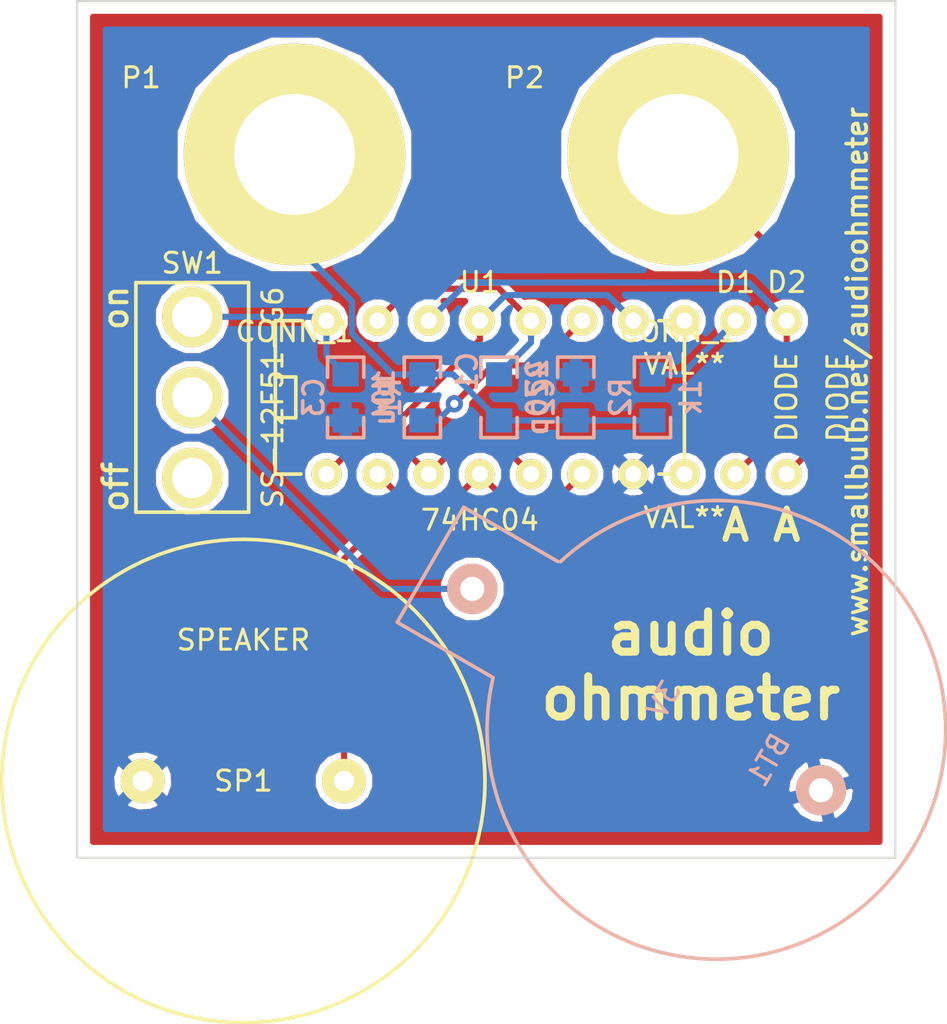
<source format=kicad_pcb>
(kicad_pcb (version 3) (host pcbnew "(2014-01-30 BZR 4648)-product")

  (general
    (links 25)
    (no_connects 0)
    (area 98.095199 55.829999 142.925001 107.009801)
    (thickness 1.6)
    (drawings 10)
    (tracks 56)
    (zones 0)
    (modules 15)
    (nets 12)
  )

  (page A4)
  (layers
    (15 F.Cu signal)
    (0 B.Cu signal)
    (16 B.Adhes user)
    (17 F.Adhes user)
    (18 B.Paste user)
    (19 F.Paste user)
    (20 B.SilkS user)
    (21 F.SilkS user)
    (22 B.Mask user)
    (23 F.Mask user)
    (24 Dwgs.User user)
    (25 Cmts.User user)
    (26 Eco1.User user)
    (27 Eco2.User user)
    (28 Edge.Cuts user)
  )

  (setup
    (last_trace_width 0.3048)
    (trace_clearance 0.3048)
    (zone_clearance 0.3048)
    (zone_45_only no)
    (trace_min 0.3048)
    (segment_width 0.2)
    (edge_width 0.1)
    (via_size 0.86)
    (via_drill 0.4)
    (via_min_size 0.86)
    (via_min_drill 0.4)
    (uvia_size 0.508)
    (uvia_drill 0.127)
    (uvias_allowed no)
    (uvia_min_size 0.508)
    (uvia_min_drill 0.127)
    (pcb_text_width 0.3)
    (pcb_text_size 1.5 1.5)
    (mod_edge_width 0.18)
    (mod_text_size 1 1)
    (mod_text_width 0.15)
    (pad_size 11 11)
    (pad_drill 6)
    (pad_to_mask_clearance 0)
    (aux_axis_origin 102.235 98.425)
    (visible_elements FFFEFF7F)
    (pcbplotparams
      (layerselection 3178497)
      (usegerberextensions true)
      (excludeedgelayer true)
      (linewidth 0.150000)
      (plotframeref false)
      (viasonmask false)
      (mode 1)
      (useauxorigin false)
      (hpglpennumber 1)
      (hpglpenspeed 20)
      (hpglpendiameter 15)
      (hpglpenoverlay 2)
      (psnegative false)
      (psa4output false)
      (plotreference true)
      (plotvalue true)
      (plotothertext true)
      (plotinvisibletext false)
      (padsonsilk false)
      (subtractmaskfromsilk false)
      (outputformat 1)
      (mirror false)
      (drillshape 1)
      (scaleselection 1)
      (outputdirectory ""))
  )

  (net 0 "")
  (net 1 GND)
  (net 2 "Net-(BT1-Pad1)")
  (net 3 "Net-(C1-Pad1)")
  (net 4 "Net-(C1-Pad2)")
  (net 5 "Net-(D1-Pad1)")
  (net 6 "Net-(D1-Pad2)")
  (net 7 "Net-(D2-Pad1)")
  (net 8 "Net-(R1-Pad1)")
  (net 9 "Net-(SP1-Pad1)")
  (net 10 "Net-(U1-Pad1)")
  (net 11 VCC)

  (net_class Default "This is the default net class."
    (clearance 0.3048)
    (trace_width 0.3048)
    (via_dia 0.86)
    (via_drill 0.4)
    (uvia_dia 0.508)
    (uvia_drill 0.127)
    (add_net "")
    (add_net GND)
    (add_net "Net-(BT1-Pad1)")
    (add_net "Net-(C1-Pad1)")
    (add_net "Net-(C1-Pad2)")
    (add_net "Net-(D1-Pad1)")
    (add_net "Net-(D1-Pad2)")
    (add_net "Net-(D2-Pad1)")
    (add_net "Net-(R1-Pad1)")
    (add_net "Net-(SP1-Pad1)")
    (add_net "Net-(U1-Pad1)")
    (add_net VCC)
  )

  (module ds:jack_banana_female (layer F.Cu) (tedit 530870A8) (tstamp 53086937)
    (at 113.03 63.5)
    (path /52F1618A)
    (fp_text reference P1 (at -7.62 -3.81) (layer F.SilkS)
      (effects (font (size 1 1) (thickness 0.15)))
    )
    (fp_text value CONN_1 (at 0 8.8) (layer F.SilkS)
      (effects (font (size 1 1) (thickness 0.15)))
    )
    (pad 1 thru_hole circle (at 0 0) (size 11 11) (drill 6) (layers *.Cu *.Mask F.SilkS)
      (net 4 "Net-(C1-Pad2)"))
  )

  (module ds:jack_banana_female (layer F.Cu) (tedit 530870AF) (tstamp 5308693D)
    (at 132.08 63.5)
    (path /52F1616E)
    (fp_text reference P2 (at -7.62 -3.81) (layer F.SilkS)
      (effects (font (size 1 1) (thickness 0.15)))
    )
    (fp_text value CONN_1 (at 0 8.8) (layer F.SilkS)
      (effects (font (size 1 1) (thickness 0.15)))
    )
    (pad 1 thru_hole circle (at 0 0) (size 11 11) (drill 6) (layers *.Cu *.Mask F.SilkS)
      (net 7 "Net-(D2-Pad1)"))
  )

  (module ds:switch_4mm (layer F.Cu) (tedit 530869F7) (tstamp 53086931)
    (at 107.95 75.565 90)
    (path /52F15DBB)
    (fp_text reference SW1 (at 6.6675 0 180) (layer F.SilkS)
      (effects (font (size 1 1) (thickness 0.15)))
    )
    (fp_text value SS-12F51-G6 (at 0 4 90) (layer F.SilkS)
      (effects (font (size 1 1) (thickness 0.15)))
    )
    (fp_line (start 5.7 2.8) (end -5.7 2.8) (layer F.SilkS) (width 0.18))
    (fp_line (start -5.7 -2.8) (end 5.7 -2.8) (layer F.SilkS) (width 0.18))
    (fp_line (start 5.7 -2.8) (end 5.7 2.8) (layer F.SilkS) (width 0.18))
    (fp_line (start -5.7 -2.8) (end -5.7 2.8) (layer F.SilkS) (width 0.18))
    (pad 1 thru_hole circle (at -4 0 90) (size 3 3) (drill 2) (layers *.Cu *.Mask F.SilkS))
    (pad 2 thru_hole circle (at 0 0 90) (size 3 3) (drill 2) (layers *.Cu *.Mask F.SilkS)
      (net 2 "Net-(BT1-Pad1)"))
    (pad 3 thru_hole circle (at 4 0 90) (size 3 3) (drill 2) (layers *.Cu *.Mask F.SilkS)
      (net 11 VCC))
  )

  (module ds:sm0805 (layer B.Cu) (tedit 53086D83) (tstamp 53066471)
    (at 127 75.565 90)
    (path /53064F1E)
    (attr smd)
    (fp_text reference C2 (at 0 -1.5875 90) (layer B.SilkS)
      (effects (font (size 1 1) (thickness 0.18)) (justify mirror))
    )
    (fp_text value 470p (at 0 -1.905 90) (layer B.SilkS)
      (effects (font (size 1 1) (thickness 0.18)) (justify mirror))
    )
    (fp_line (start 1 0.9) (end 2 0.9) (layer B.SilkS) (width 0.18))
    (fp_line (start 2 0.9) (end 2 -0.9) (layer B.SilkS) (width 0.18))
    (fp_line (start 2 -0.9) (end 1 -0.9) (layer B.SilkS) (width 0.18))
    (fp_line (start -1 0.9) (end -2 0.9) (layer B.SilkS) (width 0.18))
    (fp_line (start -2 0.9) (end -2 -0.9) (layer B.SilkS) (width 0.18))
    (fp_line (start -2 -0.9) (end -1 -0.9) (layer B.SilkS) (width 0.18))
    (pad 1 smd rect (at -1.143 0 90) (size 1.2 1.3) (layers B.Cu B.Paste B.Mask)
      (net 4 "Net-(C1-Pad2)"))
    (pad 2 smd rect (at 1.143 0 90) (size 1.2 1.3) (layers B.Cu B.Paste B.Mask)
      (net 1 GND))
    (model smd/chip_cms.wrl
      (at (xyz 0 0 0))
      (scale (xyz 0.1 0.1 0.1))
      (rotate (xyz 0 0 0))
    )
  )

  (module ds:2pin (layer F.Cu) (tedit 5307ABAA) (tstamp 53066477)
    (at 134.9375 75.565 90)
    (path /53064F4A)
    (fp_text reference D1 (at 5.715 0 180) (layer F.SilkS)
      (effects (font (size 1 1) (thickness 0.15)))
    )
    (fp_text value DIODE (at 0 2.54 90) (layer F.SilkS)
      (effects (font (size 1 1) (thickness 0.15)))
    )
    (pad 1 thru_hole circle (at -3.81 0 90) (size 1.5 1.5) (drill 0.8) (layers *.Cu *.Mask F.SilkS)
      (net 5 "Net-(D1-Pad1)"))
    (pad 2 thru_hole circle (at 3.81 0 90) (size 1.5 1.5) (drill 0.8) (layers *.Cu *.Mask F.SilkS)
      (net 6 "Net-(D1-Pad2)"))
  )

  (module ds:2pin (layer F.Cu) (tedit 5307ABB1) (tstamp 5306647D)
    (at 137.4775 75.565 90)
    (path /53064F7A)
    (fp_text reference D2 (at 5.715 0 180) (layer F.SilkS)
      (effects (font (size 1 1) (thickness 0.15)))
    )
    (fp_text value DIODE (at 0 2.54 90) (layer F.SilkS)
      (effects (font (size 1 1) (thickness 0.15)))
    )
    (pad 1 thru_hole circle (at -3.81 0 90) (size 1.5 1.5) (drill 0.8) (layers *.Cu *.Mask F.SilkS)
      (net 7 "Net-(D2-Pad1)"))
    (pad 2 thru_hole circle (at 3.81 0 90) (size 1.5 1.5) (drill 0.8) (layers *.Cu *.Mask F.SilkS)
      (net 5 "Net-(D1-Pad1)"))
  )

  (module ds:sm0805 (layer B.Cu) (tedit 53086D85) (tstamp 53066495)
    (at 119.38 75.565 90)
    (path /53064EF5)
    (attr smd)
    (fp_text reference R1 (at 0 -1.5875 90) (layer B.SilkS)
      (effects (font (size 1 1) (thickness 0.18)) (justify mirror))
    )
    (fp_text value 1M (at 0 -1.905 90) (layer B.SilkS)
      (effects (font (size 1 1) (thickness 0.18)) (justify mirror))
    )
    (fp_line (start 1 0.9) (end 2 0.9) (layer B.SilkS) (width 0.18))
    (fp_line (start 2 0.9) (end 2 -0.9) (layer B.SilkS) (width 0.18))
    (fp_line (start 2 -0.9) (end 1 -0.9) (layer B.SilkS) (width 0.18))
    (fp_line (start -1 0.9) (end -2 0.9) (layer B.SilkS) (width 0.18))
    (fp_line (start -2 0.9) (end -2 -0.9) (layer B.SilkS) (width 0.18))
    (fp_line (start -2 -0.9) (end -1 -0.9) (layer B.SilkS) (width 0.18))
    (pad 1 smd rect (at -1.143 0 90) (size 1.2 1.3) (layers B.Cu B.Paste B.Mask)
      (net 8 "Net-(R1-Pad1)"))
    (pad 2 smd rect (at 1.143 0 90) (size 1.2 1.3) (layers B.Cu B.Paste B.Mask)
      (net 4 "Net-(C1-Pad2)"))
    (model smd/chip_cms.wrl
      (at (xyz 0 0 0))
      (scale (xyz 0.1 0.1 0.1))
      (rotate (xyz 0 0 0))
    )
  )

  (module ds:sm0805 (layer B.Cu) (tedit 53086D78) (tstamp 530664A1)
    (at 130.81 75.565 270)
    (path /53064F3D)
    (attr smd)
    (fp_text reference R2 (at 0 1.5875 270) (layer B.SilkS)
      (effects (font (size 1 1) (thickness 0.18)) (justify mirror))
    )
    (fp_text value 1k (at 0 -1.905 270) (layer B.SilkS)
      (effects (font (size 1 1) (thickness 0.18)) (justify mirror))
    )
    (fp_line (start 1 0.9) (end 2 0.9) (layer B.SilkS) (width 0.18))
    (fp_line (start 2 0.9) (end 2 -0.9) (layer B.SilkS) (width 0.18))
    (fp_line (start 2 -0.9) (end 1 -0.9) (layer B.SilkS) (width 0.18))
    (fp_line (start -1 0.9) (end -2 0.9) (layer B.SilkS) (width 0.18))
    (fp_line (start -2 0.9) (end -2 -0.9) (layer B.SilkS) (width 0.18))
    (fp_line (start -2 -0.9) (end -1 -0.9) (layer B.SilkS) (width 0.18))
    (pad 1 smd rect (at -1.143 0 270) (size 1.2 1.3) (layers B.Cu B.Paste B.Mask)
      (net 6 "Net-(D1-Pad2)"))
    (pad 2 smd rect (at 1.143 0 270) (size 1.2 1.3) (layers B.Cu B.Paste B.Mask)
      (net 4 "Net-(C1-Pad2)"))
    (model smd/chip_cms.wrl
      (at (xyz 0 0 0))
      (scale (xyz 0.1 0.1 0.1))
      (rotate (xyz 0 0 0))
    )
  )

  (module ds:dip14 (layer F.Cu) (tedit 5307AB86) (tstamp 530664C8)
    (at 122.2375 75.565)
    (path /53064C69)
    (fp_text reference U1 (at 0 -5.715) (layer F.SilkS)
      (effects (font (size 1 1) (thickness 0.15)))
    )
    (fp_text value 74HC04 (at 0 6.096) (layer F.SilkS)
      (effects (font (size 1 1) (thickness 0.15)))
    )
    (fp_line (start -10.16 -1.016) (end -9.144 -1.016) (layer F.SilkS) (width 0.18))
    (fp_line (start -9.144 -1.016) (end -9.144 1.016) (layer F.SilkS) (width 0.18))
    (fp_line (start -9.144 1.016) (end -10.16 1.016) (layer F.SilkS) (width 0.18))
    (fp_line (start 8.89 -3.81) (end 10.16 -3.81) (layer F.SilkS) (width 0.18))
    (fp_line (start 10.16 -3.81) (end 10.16 3.81) (layer F.SilkS) (width 0.18))
    (fp_line (start 10.16 3.81) (end 8.89 3.81) (layer F.SilkS) (width 0.18))
    (fp_line (start -8.89 -3.81) (end -10.16 -3.81) (layer F.SilkS) (width 0.18))
    (fp_line (start -10.16 -3.81) (end -10.16 3.81) (layer F.SilkS) (width 0.18))
    (fp_line (start -10.16 3.81) (end -8.89 3.81) (layer F.SilkS) (width 0.18))
    (pad 11 thru_hole circle (at 0 -3.81) (size 1.5 1.5) (drill 0.8) (layers *.Cu *.Mask F.SilkS)
      (net 10 "Net-(U1-Pad1)"))
    (pad 12 thru_hole circle (at -2.54 -3.81) (size 1.5 1.5) (drill 0.8) (layers *.Cu *.Mask F.SilkS)
      (net 5 "Net-(D1-Pad1)"))
    (pad 13 thru_hole circle (at -5.08 -3.81) (size 1.5 1.5) (drill 0.8) (layers *.Cu *.Mask F.SilkS)
      (net 3 "Net-(C1-Pad1)"))
    (pad 14 thru_hole circle (at -7.62 -3.81) (size 1.5 1.5) (drill 0.8) (layers *.Cu *.Mask F.SilkS)
      (net 11 VCC))
    (pad 10 thru_hole circle (at 2.54 -3.81) (size 1.5 1.5) (drill 0.8) (layers *.Cu *.Mask F.SilkS)
      (net 3 "Net-(C1-Pad1)"))
    (pad 9 thru_hole circle (at 5.08 -3.81) (size 1.5 1.5) (drill 0.8) (layers *.Cu *.Mask F.SilkS)
      (net 8 "Net-(R1-Pad1)"))
    (pad 8 thru_hole circle (at 7.62 -3.81) (size 1.5 1.5) (drill 0.8) (layers *.Cu *.Mask F.SilkS)
      (net 10 "Net-(U1-Pad1)"))
    (pad 1 thru_hole circle (at -7.62 3.81) (size 1.5 1.5) (drill 0.8) (layers *.Cu *.Mask F.SilkS)
      (net 10 "Net-(U1-Pad1)"))
    (pad 2 thru_hole circle (at -5.08 3.81) (size 1.5 1.5) (drill 0.8) (layers *.Cu *.Mask F.SilkS)
      (net 9 "Net-(SP1-Pad1)"))
    (pad 3 thru_hole circle (at -2.54 3.81) (size 1.5 1.5) (drill 0.8) (layers *.Cu *.Mask F.SilkS)
      (net 10 "Net-(U1-Pad1)"))
    (pad 4 thru_hole circle (at 0 3.81) (size 1.5 1.5) (drill 0.8) (layers *.Cu *.Mask F.SilkS)
      (net 9 "Net-(SP1-Pad1)"))
    (pad 5 thru_hole circle (at 2.54 3.81) (size 1.5 1.5) (drill 0.8) (layers *.Cu *.Mask F.SilkS)
      (net 10 "Net-(U1-Pad1)"))
    (pad 6 thru_hole circle (at 5.08 3.81) (size 1.5 1.5) (drill 0.8) (layers *.Cu *.Mask F.SilkS)
      (net 9 "Net-(SP1-Pad1)"))
    (pad 7 thru_hole circle (at 7.62 3.81) (size 1.5 1.5) (drill 0.8) (layers *.Cu *.Mask F.SilkS)
      (net 1 GND))
  )

  (module ds:sm0805 (layer B.Cu) (tedit 53087144) (tstamp 5307A610)
    (at 123.19 75.565 270)
    (path /53064F07)
    (attr smd)
    (fp_text reference C1 (at -1.27 1.5875 270) (layer B.SilkS)
      (effects (font (size 1 1) (thickness 0.18)) (justify mirror))
    )
    (fp_text value 220n (at 0 -1.905 270) (layer B.SilkS)
      (effects (font (size 1 1) (thickness 0.18)) (justify mirror))
    )
    (fp_line (start 1 0.9) (end 2 0.9) (layer B.SilkS) (width 0.18))
    (fp_line (start 2 0.9) (end 2 -0.9) (layer B.SilkS) (width 0.18))
    (fp_line (start 2 -0.9) (end 1 -0.9) (layer B.SilkS) (width 0.18))
    (fp_line (start -1 0.9) (end -2 0.9) (layer B.SilkS) (width 0.18))
    (fp_line (start -2 0.9) (end -2 -0.9) (layer B.SilkS) (width 0.18))
    (fp_line (start -2 -0.9) (end -1 -0.9) (layer B.SilkS) (width 0.18))
    (pad 1 smd rect (at -1.143 0 270) (size 1.2 1.3) (layers B.Cu B.Paste B.Mask)
      (net 3 "Net-(C1-Pad1)"))
    (pad 2 smd rect (at 1.143 0 270) (size 1.2 1.3) (layers B.Cu B.Paste B.Mask)
      (net 4 "Net-(C1-Pad2)"))
    (model smd/chip_cms.wrl
      (at (xyz 0 0 0))
      (scale (xyz 0.1 0.1 0.1))
      (rotate (xyz 0 0 0))
    )
  )

  (module ds:sm0805 (layer B.Cu) (tedit 53086D89) (tstamp 5307A626)
    (at 115.57 75.565 270)
    (path /53064D2A)
    (attr smd)
    (fp_text reference C3 (at 0 1.5875 270) (layer B.SilkS)
      (effects (font (size 1 1) (thickness 0.18)) (justify mirror))
    )
    (fp_text value 10u (at 0 -1.905 270) (layer B.SilkS)
      (effects (font (size 1 1) (thickness 0.18)) (justify mirror))
    )
    (fp_line (start 1 0.9) (end 2 0.9) (layer B.SilkS) (width 0.18))
    (fp_line (start 2 0.9) (end 2 -0.9) (layer B.SilkS) (width 0.18))
    (fp_line (start 2 -0.9) (end 1 -0.9) (layer B.SilkS) (width 0.18))
    (fp_line (start -1 0.9) (end -2 0.9) (layer B.SilkS) (width 0.18))
    (fp_line (start -2 0.9) (end -2 -0.9) (layer B.SilkS) (width 0.18))
    (fp_line (start -2 -0.9) (end -1 -0.9) (layer B.SilkS) (width 0.18))
    (pad 1 smd rect (at -1.143 0 270) (size 1.2 1.3) (layers B.Cu B.Paste B.Mask)
      (net 11 VCC))
    (pad 2 smd rect (at 1.143 0 270) (size 1.2 1.3) (layers B.Cu B.Paste B.Mask)
      (net 1 GND))
    (model smd/chip_cms.wrl
      (at (xyz 0 0 0))
      (scale (xyz 0.1 0.1 0.1))
      (rotate (xyz 0 0 0))
    )
  )

  (module ds:buzzer_10_24 (layer F.Cu) (tedit 5307B049) (tstamp 530867A8)
    (at 110.49 94.615 180)
    (path /52F15DF0)
    (fp_text reference SP1 (at 0 0 180) (layer F.SilkS)
      (effects (font (size 1 1) (thickness 0.15)))
    )
    (fp_text value SPEAKER (at 0 7 180) (layer F.SilkS)
      (effects (font (size 1 1) (thickness 0.15)))
    )
    (fp_circle (center 0 0) (end 12 0) (layer F.SilkS) (width 0.18))
    (pad 1 thru_hole circle (at -5 0 180) (size 2.2 2.2) (drill 1) (layers *.Cu *.Mask F.SilkS)
      (net 9 "Net-(SP1-Pad1)"))
    (pad 2 thru_hole circle (at 5 0 180) (size 2.2 2.2) (drill 1) (layers *.Cu *.Mask F.SilkS)
      (net 1 GND))
  )

  (module ds:1pin (layer F.Cu) (tedit 5307AB3E) (tstamp 5307AAEF)
    (at 132.3975 71.755)
    (fp_text reference 1pin (at 0 -2.3495) (layer F.SilkS) hide
      (effects (font (size 1 1) (thickness 0.15)))
    )
    (fp_text value VAL** (at 0 2.159) (layer F.SilkS)
      (effects (font (size 1 1) (thickness 0.15)))
    )
    (pad 1 thru_hole circle (at 0 0) (size 1.5 1.5) (drill 0.8) (layers *.Cu *.Mask F.SilkS))
  )

  (module ds:1pin (layer F.Cu) (tedit 5307AB51) (tstamp 5307AB50)
    (at 132.3975 79.375)
    (fp_text reference 1pin (at 0 -2.3495) (layer F.SilkS) hide
      (effects (font (size 1 1) (thickness 0.15)))
    )
    (fp_text value VAL** (at 0 2.159) (layer F.SilkS)
      (effects (font (size 1 1) (thickness 0.15)))
    )
    (pad 1 thru_hole circle (at 0 0) (size 1.5 1.5) (drill 0.8) (layers *.Cu *.Mask F.SilkS))
  )

  (module ds:battery_ch25_2032 (layer B.Cu) (tedit 53086ACA) (tstamp 53086AC4)
    (at 133.985 92.075 60)
    (path /52F15DD2)
    (fp_text reference BT1 (at 0 3 60) (layer B.SilkS)
      (effects (font (size 1 1) (thickness 0.15)) (justify mirror))
    )
    (fp_text value 3V (at 0 -3 60) (layer B.SilkS)
      (effects (font (size 1 1) (thickness 0.15)) (justify mirror))
    )
    (fp_arc (start 0 0) (end -3.3 -10.9) (angle -326) (layer B.SilkS) (width 0.18))
    (fp_line (start 3.3 -16.4) (end 3.3 -11) (layer B.SilkS) (width 0.18))
    (fp_line (start -3.3 -16.4) (end -3.3 -11) (layer B.SilkS) (width 0.18))
    (fp_line (start -3.3 -16.4) (end 3.3 -16.4) (layer B.SilkS) (width 0.18))
    (pad 2 thru_hole circle (at 0 6 60) (size 2.5 2.5) (drill 1.2) (layers *.Cu *.Mask B.SilkS)
      (net 1 GND))
    (pad 1 thru_hole circle (at 0 -14 60) (size 2.5 2.5) (drill 1.2) (layers *.Cu *.Mask B.SilkS)
      (net 2 "Net-(BT1-Pad1)"))
  )

  (gr_text A (at 134.9375 81.915) (layer F.SilkS)
    (effects (font (size 1.5 1.5) (thickness 0.3)))
  )
  (gr_text A (at 137.4775 81.915) (layer F.SilkS)
    (effects (font (size 1.5 1.5) (thickness 0.3)))
  )
  (gr_text www.smallbulb.net/audioohmmeter (at 140.97 74.295 90) (layer F.SilkS)
    (effects (font (size 1 1) (thickness 0.18)))
  )
  (gr_text "audio\nohmmeter" (at 132.715 88.9) (layer F.SilkS)
    (effects (font (size 2 2) (thickness 0.4)))
  )
  (gr_text off (at 104.14 80.01 90) (layer F.SilkS)
    (effects (font (size 1.2 1.2) (thickness 0.2)))
  )
  (gr_text on (at 104.14 71.12 90) (layer F.SilkS)
    (effects (font (size 1.2 1.2) (thickness 0.2)))
  )
  (gr_line (start 142.875 55.88) (end 102.235 55.88) (angle 90) (layer Edge.Cuts) (width 0.1))
  (gr_line (start 142.875 98.425) (end 142.875 55.88) (angle 90) (layer Edge.Cuts) (width 0.1))
  (gr_line (start 102.235 98.425) (end 142.875 98.425) (angle 90) (layer Edge.Cuts) (width 0.1))
  (gr_line (start 102.235 55.88) (end 102.235 98.425) (angle 90) (layer Edge.Cuts) (width 0.1))

  (segment (start 107.95 75.565) (end 117.46 85.075) (width 0.3048) (layer B.Cu) (net 2))
  (segment (start 117.46 85.075) (end 121.860644 85.075) (width 0.3048) (layer B.Cu) (net 2) (tstamp 53086ED2))
  (segment (start 123.19 74.422) (end 124.7775 72.8345) (width 0.3048) (layer B.Cu) (net 3))
  (segment (start 124.7775 72.8345) (end 124.7775 71.755) (width 0.3048) (layer B.Cu) (net 3) (tstamp 53086F1A))
  (segment (start 124.7775 71.755) (end 123.19 70.1675) (width 0.3048) (layer F.Cu) (net 3))
  (segment (start 118.745 70.1675) (end 117.1575 71.755) (width 0.3048) (layer F.Cu) (net 3) (tstamp 53086E45))
  (segment (start 123.19 70.1675) (end 118.745 70.1675) (width 0.3048) (layer F.Cu) (net 3) (tstamp 53086E44))
  (segment (start 123.19 76.708) (end 120.904 74.422) (width 0.3048) (layer B.Cu) (net 4))
  (segment (start 120.904 74.422) (end 119.38 74.422) (width 0.3048) (layer B.Cu) (net 4) (tstamp 53086F2D))
  (segment (start 127 76.708) (end 123.19 76.708) (width 0.3048) (layer B.Cu) (net 4))
  (segment (start 113.03 63.5) (end 113.03 67.945) (width 0.3048) (layer B.Cu) (net 4) (status 10))
  (segment (start 113.03 67.945) (end 115.8875 70.8025) (width 0.3048) (layer B.Cu) (net 4) (tstamp 53086E1D))
  (segment (start 115.8875 70.8025) (end 115.8875 72.39) (width 0.3048) (layer B.Cu) (net 4) (tstamp 53086E1F))
  (segment (start 115.8875 72.39) (end 117.9195 74.422) (width 0.3048) (layer B.Cu) (net 4) (tstamp 53086E21))
  (segment (start 117.9195 74.422) (end 119.38 74.422) (width 0.3048) (layer B.Cu) (net 4) (tstamp 53086E22))
  (segment (start 127 76.708) (end 130.81 76.708) (width 0.3048) (layer B.Cu) (net 4) (tstamp 53086E10))
  (segment (start 137.4775 71.755) (end 135.5725 69.85) (width 0.3048) (layer B.Cu) (net 5))
  (segment (start 121.601926 69.863486) (end 119.6975 71.755) (width 0.3048) (layer B.Cu) (net 5) (tstamp 53086E84))
  (segment (start 135.5725 69.85) (end 121.601926 69.863486) (width 0.3048) (layer B.Cu) (net 5) (tstamp 53086E80))
  (segment (start 134.9375 79.375) (end 137.4775 76.835) (width 0.3048) (layer F.Cu) (net 5))
  (segment (start 137.4775 76.835) (end 137.4775 71.755) (width 0.3048) (layer F.Cu) (net 5) (tstamp 53086E6D))
  (segment (start 130.81 74.422) (end 132.2705 74.422) (width 0.3048) (layer B.Cu) (net 6))
  (segment (start 132.2705 74.422) (end 134.9375 71.755) (width 0.3048) (layer B.Cu) (net 6) (tstamp 53086E13))
  (segment (start 137.4775 79.375) (end 139.065 77.7875) (width 0.3048) (layer F.Cu) (net 7))
  (segment (start 139.065 70.485) (end 132.08 63.5) (width 0.3048) (layer F.Cu) (net 7) (tstamp 53086EB9) (status 20))
  (segment (start 139.065 77.7875) (end 139.065 70.485) (width 0.3048) (layer F.Cu) (net 7) (tstamp 53086EB4))
  (segment (start 119.38 76.708) (end 120.142 76.708) (width 0.3048) (layer B.Cu) (net 8))
  (segment (start 125.095 73.9775) (end 127.3175 71.755) (width 0.3048) (layer F.Cu) (net 8) (tstamp 53086E2B))
  (segment (start 122.8725 73.9775) (end 125.095 73.9775) (width 0.3048) (layer F.Cu) (net 8) (tstamp 53086E29))
  (segment (start 120.9675 75.8825) (end 122.8725 73.9775) (width 0.3048) (layer F.Cu) (net 8) (tstamp 53086E28))
  (via (at 120.9675 75.8825) (size 0.86) (layers F.Cu B.Cu) (net 8))
  (segment (start 120.142 76.708) (end 120.9675 75.8825) (width 0.3048) (layer B.Cu) (net 8) (tstamp 53086E26))
  (segment (start 118.4275 80.645) (end 115.49 83.5825) (width 0.3048) (layer F.Cu) (net 9))
  (segment (start 115.49 83.5825) (end 115.49 94.615) (width 0.3048) (layer F.Cu) (net 9) (tstamp 53086EBF))
  (segment (start 117.1575 79.375) (end 118.4275 80.645) (width 0.3048) (layer F.Cu) (net 9))
  (segment (start 120.9675 80.645) (end 122.2375 79.375) (width 0.3048) (layer F.Cu) (net 9) (tstamp 53086E3D))
  (segment (start 118.4275 80.645) (end 120.9675 80.645) (width 0.3048) (layer F.Cu) (net 9) (tstamp 53086E3C))
  (segment (start 122.2375 79.375) (end 123.5075 80.645) (width 0.3048) (layer F.Cu) (net 9) (tstamp 53086E3F))
  (segment (start 123.5075 80.645) (end 126.0475 80.645) (width 0.3048) (layer F.Cu) (net 9) (tstamp 53086E40))
  (segment (start 126.0475 80.645) (end 127.3175 79.375) (width 0.3048) (layer F.Cu) (net 9) (tstamp 53086E41))
  (segment (start 122.2375 71.755) (end 123.5075 70.485) (width 0.3048) (layer B.Cu) (net 10))
  (segment (start 128.5875 70.485) (end 129.8575 71.755) (width 0.3048) (layer B.Cu) (net 10) (tstamp 53086EAB))
  (segment (start 123.5075 70.485) (end 128.5875 70.485) (width 0.3048) (layer B.Cu) (net 10) (tstamp 53086EA8))
  (segment (start 119.6975 79.375) (end 120.9675 78.105) (width 0.3048) (layer F.Cu) (net 10))
  (segment (start 123.5075 78.105) (end 124.7775 79.375) (width 0.3048) (layer F.Cu) (net 10) (tstamp 53086E39))
  (segment (start 120.9675 78.105) (end 123.5075 78.105) (width 0.3048) (layer F.Cu) (net 10) (tstamp 53086E38))
  (segment (start 122.2375 71.755) (end 122.2375 72.7075) (width 0.3048) (layer F.Cu) (net 10))
  (segment (start 117.475 77.47) (end 117.475 78.105) (width 0.3048) (layer F.Cu) (net 10) (tstamp 53086E34))
  (segment (start 122.2375 72.7075) (end 117.475 77.47) (width 0.3048) (layer F.Cu) (net 10) (tstamp 53086E33))
  (segment (start 114.6175 79.375) (end 115.8875 78.105) (width 0.3048) (layer F.Cu) (net 10))
  (segment (start 118.4275 78.105) (end 119.6975 79.375) (width 0.3048) (layer F.Cu) (net 10) (tstamp 53086E30))
  (segment (start 115.8875 78.105) (end 117.475 78.105) (width 0.3048) (layer F.Cu) (net 10) (tstamp 53086E2F))
  (segment (start 117.475 78.105) (end 118.4275 78.105) (width 0.3048) (layer F.Cu) (net 10) (tstamp 53086E36))
  (segment (start 114.6175 71.755) (end 114.6175 73.4695) (width 0.3048) (layer B.Cu) (net 11))
  (segment (start 114.6175 73.4695) (end 115.57 74.422) (width 0.3048) (layer B.Cu) (net 11) (tstamp 53086E1B))
  (segment (start 107.95 71.565) (end 114.4275 71.565) (width 0.3048) (layer B.Cu) (net 11))

  (zone (net 1) (net_name GND) (layer F.Cu) (tstamp 5307AD37) (hatch edge 0.508)
    (connect_pads (clearance 0.3048))
    (min_thickness 0.3048)
    (fill (arc_segments 16) (thermal_gap 0.3048) (thermal_bridge_width 0.6096))
    (polygon
      (pts
        (xy 142.24 97.79) (xy 102.87 97.79) (xy 102.87 56.515) (xy 142.24 56.515)
      )
    )
    (filled_polygon
      (pts
        (xy 142.0876 97.6376) (xy 140.921545 97.6376) (xy 140.921545 95.045317) (xy 140.784613 94.80313) (xy 140.705725 94.824267)
        (xy 140.705725 94.508716) (xy 140.703218 94.23051) (xy 140.264186 93.712323) (xy 139.6746 93.408964) (xy 139.6746 77.7875)
        (xy 139.6746 70.485) (xy 139.628197 70.251716) (xy 139.496052 70.053948) (xy 136.723805 67.281701) (xy 137.127323 66.878888)
        (xy 138.036163 64.690159) (xy 138.038231 62.320238) (xy 137.133213 60.129926) (xy 135.458888 58.452677) (xy 133.270159 57.543837)
        (xy 130.900238 57.541769) (xy 128.709926 58.446787) (xy 127.032677 60.121112) (xy 126.123837 62.309841) (xy 126.121769 64.679762)
        (xy 127.026787 66.870074) (xy 128.701112 68.547323) (xy 130.889841 69.456163) (xy 133.259762 69.458231) (xy 135.450074 68.553213)
        (xy 135.860949 68.143053) (xy 138.4554 70.737504) (xy 138.4554 71.025878) (xy 138.162216 70.732183) (xy 137.71868 70.54801)
        (xy 137.238427 70.547591) (xy 136.79457 70.730989) (xy 136.454683 71.070284) (xy 136.27051 71.51382) (xy 136.270091 71.994073)
        (xy 136.453489 72.43793) (xy 136.792784 72.777817) (xy 136.8679 72.809008) (xy 136.8679 76.582495) (xy 136.144909 77.305485)
        (xy 136.144909 71.515927) (xy 135.961511 71.07207) (xy 135.622216 70.732183) (xy 135.17868 70.54801) (xy 134.698427 70.547591)
        (xy 134.25457 70.730989) (xy 133.914683 71.070284) (xy 133.73051 71.51382) (xy 133.730091 71.994073) (xy 133.913489 72.43793)
        (xy 134.252784 72.777817) (xy 134.69632 72.96199) (xy 135.176573 72.962409) (xy 135.62043 72.779011) (xy 135.960317 72.439716)
        (xy 136.14449 71.99618) (xy 136.144909 71.515927) (xy 136.144909 77.305485) (xy 135.251957 78.198437) (xy 135.17868 78.16801)
        (xy 134.698427 78.167591) (xy 134.25457 78.350989) (xy 133.914683 78.690284) (xy 133.73051 79.13382) (xy 133.730091 79.614073)
        (xy 133.913489 80.05793) (xy 134.252784 80.397817) (xy 134.69632 80.58199) (xy 135.176573 80.582409) (xy 135.62043 80.399011)
        (xy 135.960317 80.059716) (xy 136.14449 79.61618) (xy 136.144909 79.135927) (xy 136.113848 79.060755) (xy 136.433637 78.740966)
        (xy 136.27051 79.13382) (xy 136.270091 79.614073) (xy 136.453489 80.05793) (xy 136.792784 80.397817) (xy 137.23632 80.58199)
        (xy 137.716573 80.582409) (xy 138.16043 80.399011) (xy 138.500317 80.059716) (xy 138.68449 79.61618) (xy 138.684909 79.135927)
        (xy 138.653848 79.060755) (xy 139.496052 78.218552) (xy 139.628197 78.020784) (xy 139.6746 77.7875) (xy 139.6746 93.408964)
        (xy 139.660271 93.401592) (xy 139.151469 93.334607) (xy 138.909282 93.471539) (xy 139.288915 94.888349) (xy 140.705725 94.508716)
        (xy 140.705725 94.824267) (xy 139.367803 95.182763) (xy 139.747436 96.599573) (xy 140.025642 96.597066) (xy 140.543829 96.158034)
        (xy 140.85456 95.554119) (xy 140.921545 95.045317) (xy 140.921545 97.6376) (xy 139.453022 97.6376) (xy 139.453022 96.678461)
        (xy 139.073389 95.261651) (xy 138.994501 95.282788) (xy 138.994501 94.967237) (xy 138.614868 93.550427) (xy 138.336662 93.552934)
        (xy 137.818475 93.991966) (xy 137.507744 94.595881) (xy 137.440759 95.104683) (xy 137.577691 95.34687) (xy 138.994501 94.967237)
        (xy 138.994501 95.282788) (xy 137.656579 95.641284) (xy 137.659086 95.91949) (xy 138.098118 96.437677) (xy 138.702033 96.748408)
        (xy 139.210835 96.815393) (xy 139.453022 96.678461) (xy 139.453022 97.6376) (xy 133.604909 97.6376) (xy 133.604909 79.135927)
        (xy 133.604909 71.515927) (xy 133.421511 71.07207) (xy 133.082216 70.732183) (xy 132.63868 70.54801) (xy 132.158427 70.547591)
        (xy 131.71457 70.730989) (xy 131.374683 71.070284) (xy 131.19051 71.51382) (xy 131.190091 71.994073) (xy 131.373489 72.43793)
        (xy 131.712784 72.777817) (xy 132.15632 72.96199) (xy 132.636573 72.962409) (xy 133.08043 72.779011) (xy 133.420317 72.439716)
        (xy 133.60449 71.99618) (xy 133.604909 71.515927) (xy 133.604909 79.135927) (xy 133.421511 78.69207) (xy 133.082216 78.352183)
        (xy 132.63868 78.16801) (xy 132.158427 78.167591) (xy 131.71457 78.350989) (xy 131.374683 78.690284) (xy 131.19051 79.13382)
        (xy 131.190091 79.614073) (xy 131.373489 80.05793) (xy 131.712784 80.397817) (xy 132.15632 80.58199) (xy 132.636573 80.582409)
        (xy 133.08043 80.399011) (xy 133.420317 80.059716) (xy 133.60449 79.61618) (xy 133.604909 79.135927) (xy 133.604909 97.6376)
        (xy 131.080709 97.6376) (xy 131.080709 79.511936) (xy 131.064909 79.326205) (xy 131.064909 71.515927) (xy 130.881511 71.07207)
        (xy 130.542216 70.732183) (xy 130.09868 70.54801) (xy 129.618427 70.547591) (xy 129.17457 70.730989) (xy 128.834683 71.070284)
        (xy 128.65051 71.51382) (xy 128.650091 71.994073) (xy 128.833489 72.43793) (xy 129.172784 72.777817) (xy 129.61632 72.96199)
        (xy 130.096573 72.962409) (xy 130.54043 72.779011) (xy 130.880317 72.439716) (xy 131.06449 71.99618) (xy 131.064909 71.515927)
        (xy 131.064909 79.326205) (xy 131.040001 79.03341) (xy 130.935194 78.780385) (xy 130.747394 78.700632) (xy 130.531868 78.916158)
        (xy 130.531868 78.485106) (xy 130.452115 78.297306) (xy 129.994436 78.151791) (xy 129.51591 78.192499) (xy 129.262885 78.297306)
        (xy 129.183132 78.485106) (xy 129.8575 79.159474) (xy 130.531868 78.485106) (xy 130.531868 78.916158) (xy 130.073026 79.375)
        (xy 130.747394 80.049368) (xy 130.935194 79.969615) (xy 131.080709 79.511936) (xy 131.080709 97.6376) (xy 130.531868 97.6376)
        (xy 130.531868 80.264894) (xy 129.8575 79.590526) (xy 129.641974 79.806052) (xy 129.641974 79.375) (xy 128.967606 78.700632)
        (xy 128.779806 78.780385) (xy 128.634291 79.238064) (xy 128.674999 79.71659) (xy 128.779806 79.969615) (xy 128.967606 80.049368)
        (xy 129.641974 79.375) (xy 129.641974 79.806052) (xy 129.183132 80.264894) (xy 129.262885 80.452694) (xy 129.720564 80.598209)
        (xy 130.19909 80.557501) (xy 130.452115 80.452694) (xy 130.531868 80.264894) (xy 130.531868 97.6376) (xy 128.524909 97.6376)
        (xy 128.524909 79.135927) (xy 128.341511 78.69207) (xy 128.002216 78.352183) (xy 127.55868 78.16801) (xy 127.078427 78.167591)
        (xy 126.63457 78.350989) (xy 126.294683 78.690284) (xy 126.11051 79.13382) (xy 126.110091 79.614073) (xy 126.141151 79.689244)
        (xy 125.821362 80.009033) (xy 125.98449 79.61618) (xy 125.984909 79.135927) (xy 125.801511 78.69207) (xy 125.462216 78.352183)
        (xy 125.01868 78.16801) (xy 124.538427 78.167591) (xy 124.463255 78.198651) (xy 123.938552 77.673948) (xy 123.740784 77.541803)
        (xy 123.5075 77.4954) (xy 120.9675 77.4954) (xy 120.734216 77.541803) (xy 120.536448 77.673948) (xy 120.011958 78.198437)
        (xy 119.93868 78.16801) (xy 119.458427 78.167591) (xy 119.383255 78.198651) (xy 118.858552 77.673948) (xy 118.660784 77.541803)
        (xy 118.4275 77.4954) (xy 118.311704 77.4954) (xy 120.080436 75.726667) (xy 120.080147 76.058201) (xy 120.21493 76.384402)
        (xy 120.464286 76.634193) (xy 120.790251 76.769545) (xy 121.143201 76.769853) (xy 121.469402 76.63507) (xy 121.719193 76.385714)
        (xy 121.854545 76.059749) (xy 121.854721 75.857382) (xy 123.125004 74.5871) (xy 125.095 74.5871) (xy 125.328284 74.540697)
        (xy 125.526052 74.408552) (xy 127.003042 72.931562) (xy 127.07632 72.96199) (xy 127.556573 72.962409) (xy 128.00043 72.779011)
        (xy 128.340317 72.439716) (xy 128.52449 71.99618) (xy 128.524909 71.515927) (xy 128.341511 71.07207) (xy 128.002216 70.732183)
        (xy 127.55868 70.54801) (xy 127.078427 70.547591) (xy 126.63457 70.730989) (xy 126.294683 71.070284) (xy 126.11051 71.51382)
        (xy 126.110091 71.994073) (xy 126.141151 72.069244) (xy 125.821362 72.389032) (xy 125.98449 71.99618) (xy 125.984909 71.515927)
        (xy 125.801511 71.07207) (xy 125.462216 70.732183) (xy 125.01868 70.54801) (xy 124.538427 70.547591) (xy 124.463255 70.578651)
        (xy 123.621052 69.736448) (xy 123.423284 69.604303) (xy 123.19 69.5579) (xy 118.988231 69.5579) (xy 118.988231 62.320238)
        (xy 118.083213 60.129926) (xy 116.408888 58.452677) (xy 114.220159 57.543837) (xy 111.850238 57.541769) (xy 109.659926 58.446787)
        (xy 107.982677 60.121112) (xy 107.073837 62.309841) (xy 107.071769 64.679762) (xy 107.976787 66.870074) (xy 109.651112 68.547323)
        (xy 111.839841 69.456163) (xy 114.209762 69.458231) (xy 116.400074 68.553213) (xy 118.077323 66.878888) (xy 118.986163 64.690159)
        (xy 118.988231 62.320238) (xy 118.988231 69.5579) (xy 118.745 69.5579) (xy 118.511716 69.604303) (xy 118.313948 69.736448)
        (xy 117.471958 70.578437) (xy 117.39868 70.54801) (xy 116.918427 70.547591) (xy 116.47457 70.730989) (xy 116.134683 71.070284)
        (xy 115.95051 71.51382) (xy 115.950091 71.994073) (xy 116.133489 72.43793) (xy 116.472784 72.777817) (xy 116.91632 72.96199)
        (xy 117.396573 72.962409) (xy 117.84043 72.779011) (xy 118.180317 72.439716) (xy 118.36449 71.99618) (xy 118.364909 71.515927)
        (xy 118.333848 71.440755) (xy 118.653637 71.120966) (xy 118.49051 71.51382) (xy 118.490091 71.994073) (xy 118.673489 72.43793)
        (xy 119.012784 72.777817) (xy 119.45632 72.96199) (xy 119.936573 72.962409) (xy 120.38043 72.779011) (xy 120.720317 72.439716)
        (xy 120.90449 71.99618) (xy 120.904909 71.515927) (xy 120.721511 71.07207) (xy 120.427054 70.7771) (xy 121.508378 70.7771)
        (xy 121.214683 71.070284) (xy 121.03051 71.51382) (xy 121.030091 71.994073) (xy 121.213489 72.43793) (xy 121.429039 72.653856)
        (xy 117.043948 77.038948) (xy 116.911803 77.236716) (xy 116.8654 77.47) (xy 116.8654 77.4954) (xy 115.8875 77.4954)
        (xy 115.824909 77.50785) (xy 115.824909 71.515927) (xy 115.641511 71.07207) (xy 115.302216 70.732183) (xy 114.85868 70.54801)
        (xy 114.378427 70.547591) (xy 113.93457 70.730989) (xy 113.594683 71.070284) (xy 113.41051 71.51382) (xy 113.410091 71.994073)
        (xy 113.593489 72.43793) (xy 113.932784 72.777817) (xy 114.37632 72.96199) (xy 114.856573 72.962409) (xy 115.30043 72.779011)
        (xy 115.640317 72.439716) (xy 115.82449 71.99618) (xy 115.824909 71.515927) (xy 115.824909 77.50785) (xy 115.654216 77.541803)
        (xy 115.456448 77.673948) (xy 114.931958 78.198437) (xy 114.85868 78.16801) (xy 114.378427 78.167591) (xy 113.93457 78.350989)
        (xy 113.594683 78.690284) (xy 113.41051 79.13382) (xy 113.410091 79.614073) (xy 113.593489 80.05793) (xy 113.932784 80.397817)
        (xy 114.37632 80.58199) (xy 114.856573 80.582409) (xy 115.30043 80.399011) (xy 115.640317 80.059716) (xy 115.82449 79.61618)
        (xy 115.824909 79.135927) (xy 115.793848 79.060755) (xy 116.113637 78.740966) (xy 115.95051 79.13382) (xy 115.950091 79.614073)
        (xy 116.133489 80.05793) (xy 116.472784 80.397817) (xy 116.91632 80.58199) (xy 117.396573 80.582409) (xy 117.471744 80.551348)
        (xy 117.565395 80.644999) (xy 115.058948 83.151448) (xy 114.926803 83.349216) (xy 114.8804 83.5825) (xy 114.8804 93.181989)
        (xy 114.60907 93.294101) (xy 114.17064 93.731766) (xy 113.933071 94.303895) (xy 113.932531 94.923387) (xy 114.169101 95.49593)
        (xy 114.606766 95.93436) (xy 115.178895 96.171929) (xy 115.798387 96.172469) (xy 116.37093 95.935899) (xy 116.80936 95.498234)
        (xy 117.046929 94.926105) (xy 117.047469 94.306613) (xy 116.810899 93.73407) (xy 116.373234 93.29564) (xy 116.0996 93.182017)
        (xy 116.0996 83.835004) (xy 118.680004 81.2546) (xy 120.9675 81.2546) (xy 121.200784 81.208197) (xy 121.398552 81.076052)
        (xy 121.923041 80.551562) (xy 121.99632 80.58199) (xy 122.476573 80.582409) (xy 122.551744 80.551348) (xy 123.076448 81.076052)
        (xy 123.274216 81.208197) (xy 123.5075 81.2546) (xy 126.0475 81.2546) (xy 126.280784 81.208197) (xy 126.478552 81.076052)
        (xy 127.003041 80.551562) (xy 127.07632 80.58199) (xy 127.556573 80.582409) (xy 128.00043 80.399011) (xy 128.340317 80.059716)
        (xy 128.52449 79.61618) (xy 128.524909 79.135927) (xy 128.524909 97.6376) (xy 123.56814 97.6376) (xy 123.56814 84.736907)
        (xy 123.308782 84.109212) (xy 122.828958 83.62855) (xy 122.201717 83.368097) (xy 121.522551 83.367504) (xy 120.894856 83.626862)
        (xy 120.414194 84.106686) (xy 120.153741 84.733927) (xy 120.153148 85.413093) (xy 120.412506 86.040788) (xy 120.89233 86.52145)
        (xy 121.519571 86.781903) (xy 122.198737 86.782496) (xy 122.826432 86.523138) (xy 123.307094 86.043314) (xy 123.567547 85.416073)
        (xy 123.56814 84.736907) (xy 123.56814 97.6376) (xy 109.907539 97.6376) (xy 109.907539 79.177397) (xy 109.907539 75.177397)
        (xy 109.907539 71.177397) (xy 109.610201 70.457784) (xy 109.060112 69.906734) (xy 108.341019 69.60814) (xy 107.562397 69.607461)
        (xy 106.842784 69.904799) (xy 106.291734 70.454888) (xy 105.99314 71.173981) (xy 105.992461 71.952603) (xy 106.289799 72.672216)
        (xy 106.839888 73.223266) (xy 107.558981 73.52186) (xy 108.337603 73.522539) (xy 109.057216 73.225201) (xy 109.608266 72.675112)
        (xy 109.90686 71.956019) (xy 109.907539 71.177397) (xy 109.907539 75.177397) (xy 109.610201 74.457784) (xy 109.060112 73.906734)
        (xy 108.341019 73.60814) (xy 107.562397 73.607461) (xy 106.842784 73.904799) (xy 106.291734 74.454888) (xy 105.99314 75.173981)
        (xy 105.992461 75.952603) (xy 106.289799 76.672216) (xy 106.839888 77.223266) (xy 107.558981 77.52186) (xy 108.337603 77.522539)
        (xy 109.057216 77.225201) (xy 109.608266 76.675112) (xy 109.90686 75.956019) (xy 109.907539 75.177397) (xy 109.907539 79.177397)
        (xy 109.610201 78.457784) (xy 109.060112 77.906734) (xy 108.341019 77.60814) (xy 107.562397 77.607461) (xy 106.842784 77.904799)
        (xy 106.291734 78.454888) (xy 105.99314 79.173981) (xy 105.992461 79.952603) (xy 106.289799 80.672216) (xy 106.839888 81.223266)
        (xy 107.558981 81.52186) (xy 108.337603 81.522539) (xy 109.057216 81.225201) (xy 109.608266 80.675112) (xy 109.90686 79.956019)
        (xy 109.907539 79.177397) (xy 109.907539 97.6376) (xy 107.062287 97.6376) (xy 107.062287 94.835742) (xy 107.027078 94.217251)
        (xy 106.858129 93.809373) (xy 106.634031 93.686495) (xy 106.418505 93.902021) (xy 106.418505 93.470969) (xy 106.295627 93.246871)
        (xy 105.710742 93.042713) (xy 105.092251 93.077922) (xy 104.684373 93.246871) (xy 104.561495 93.470969) (xy 105.49 94.399474)
        (xy 106.418505 93.470969) (xy 106.418505 93.902021) (xy 105.705526 94.615) (xy 106.634031 95.543505) (xy 106.858129 95.420627)
        (xy 107.062287 94.835742) (xy 107.062287 97.6376) (xy 106.418505 97.6376) (xy 106.418505 95.759031) (xy 105.49 94.830526)
        (xy 105.274474 95.046052) (xy 105.274474 94.615) (xy 104.345969 93.686495) (xy 104.121871 93.809373) (xy 103.917713 94.394258)
        (xy 103.952922 95.012749) (xy 104.121871 95.420627) (xy 104.345969 95.543505) (xy 105.274474 94.615) (xy 105.274474 95.046052)
        (xy 104.561495 95.759031) (xy 104.684373 95.983129) (xy 105.269258 96.187287) (xy 105.887749 96.152078) (xy 106.295627 95.983129)
        (xy 106.418505 95.759031) (xy 106.418505 97.6376) (xy 103.0224 97.6376) (xy 103.0224 56.6674) (xy 142.0876 56.6674)
        (xy 142.0876 97.6376)
      )
    )
  )
  (zone (net 1) (net_name GND) (layer B.Cu) (tstamp 53086D36) (hatch edge 0.508)
    (connect_pads (clearance 0.3048))
    (min_thickness 0.3048)
    (fill (arc_segments 16) (thermal_gap 0.3048) (thermal_bridge_width 0.6096))
    (polygon
      (pts
        (xy 141.605 97.155) (xy 103.505 97.155) (xy 103.505 57.15) (xy 141.605 57.15)
      )
    )
    (filled_polygon
      (pts
        (xy 141.4526 97.0026) (xy 140.921545 97.0026) (xy 140.921545 95.045317) (xy 140.784613 94.80313) (xy 140.705725 94.824267)
        (xy 140.705725 94.508716) (xy 140.703218 94.23051) (xy 140.264186 93.712323) (xy 139.660271 93.401592) (xy 139.151469 93.334607)
        (xy 138.909282 93.471539) (xy 139.288915 94.888349) (xy 140.705725 94.508716) (xy 140.705725 94.824267) (xy 139.367803 95.182763)
        (xy 139.747436 96.599573) (xy 140.025642 96.597066) (xy 140.543829 96.158034) (xy 140.85456 95.554119) (xy 140.921545 95.045317)
        (xy 140.921545 97.0026) (xy 139.453022 97.0026) (xy 139.453022 96.678461) (xy 139.073389 95.261651) (xy 138.994501 95.282788)
        (xy 138.994501 94.967237) (xy 138.684909 93.811823) (xy 138.684909 79.135927) (xy 138.684909 71.515927) (xy 138.501511 71.07207)
        (xy 138.162216 70.732183) (xy 137.71868 70.54801) (xy 137.238427 70.547591) (xy 137.163255 70.578651) (xy 136.003552 69.418948)
        (xy 136.003303 69.418781) (xy 136.003136 69.418532) (xy 135.904111 69.352503) (xy 135.805784 69.286803) (xy 135.805491 69.286744)
        (xy 135.805241 69.286578) (xy 135.688561 69.263485) (xy 135.5725 69.2404) (xy 135.572206 69.240458) (xy 135.571912 69.2404)
        (xy 133.782773 69.242127) (xy 135.450074 68.553213) (xy 137.127323 66.878888) (xy 138.036163 64.690159) (xy 138.038231 62.320238)
        (xy 137.133213 60.129926) (xy 135.458888 58.452677) (xy 133.270159 57.543837) (xy 130.900238 57.541769) (xy 128.709926 58.446787)
        (xy 127.032677 60.121112) (xy 126.123837 62.309841) (xy 126.121769 64.679762) (xy 127.026787 66.870074) (xy 128.701112 68.547323)
        (xy 130.38229 69.245409) (xy 121.601338 69.253886) (xy 121.48585 69.276973) (xy 121.370559 69.299499) (xy 121.36943 69.300247)
        (xy 121.368098 69.300514) (xy 121.270315 69.365987) (xy 121.172342 69.43097) (xy 120.015542 70.579926) (xy 119.93868 70.54801)
        (xy 119.458427 70.547591) (xy 119.01457 70.730989) (xy 118.674683 71.070284) (xy 118.49051 71.51382) (xy 118.490091 71.994073)
        (xy 118.673489 72.43793) (xy 119.012784 72.777817) (xy 119.45632 72.96199) (xy 119.936573 72.962409) (xy 120.38043 72.779011)
        (xy 120.720317 72.439716) (xy 120.90449 71.99618) (xy 120.904909 71.515927) (xy 120.87533 71.444342) (xy 121.18853 71.133265)
        (xy 121.03051 71.51382) (xy 121.030091 71.994073) (xy 121.213489 72.43793) (xy 121.552784 72.777817) (xy 121.99632 72.96199)
        (xy 122.476573 72.962409) (xy 122.92043 72.779011) (xy 123.260317 72.439716) (xy 123.44449 71.99618) (xy 123.444909 71.515927)
        (xy 123.413848 71.440755) (xy 123.733637 71.120966) (xy 123.57051 71.51382) (xy 123.570091 71.994073) (xy 123.753489 72.43793)
        (xy 124.032484 72.717411) (xy 123.385096 73.3648) (xy 122.449057 73.3648) (xy 122.281017 73.434405) (xy 122.152404 73.563017)
        (xy 122.0828 73.731058) (xy 122.0828 73.912943) (xy 122.0828 74.738696) (xy 121.335052 73.990948) (xy 121.137284 73.858803)
        (xy 120.904 73.8124) (xy 120.4872 73.8124) (xy 120.4872 73.731057) (xy 120.417595 73.563017) (xy 120.288983 73.434404)
        (xy 120.120942 73.3648) (xy 119.939057 73.3648) (xy 118.639057 73.3648) (xy 118.471017 73.434405) (xy 118.342404 73.563017)
        (xy 118.2728 73.731058) (xy 118.2728 73.8124) (xy 118.172004 73.8124) (xy 117.321947 72.962343) (xy 117.396573 72.962409)
        (xy 117.84043 72.779011) (xy 118.180317 72.439716) (xy 118.36449 71.99618) (xy 118.364909 71.515927) (xy 118.181511 71.07207)
        (xy 117.842216 70.732183) (xy 117.39868 70.54801) (xy 116.918427 70.547591) (xy 116.482244 70.727817) (xy 116.450697 70.569216)
        (xy 116.318552 70.371448) (xy 115.055771 69.108667) (xy 116.400074 68.553213) (xy 118.077323 66.878888) (xy 118.986163 64.690159)
        (xy 118.988231 62.320238) (xy 118.083213 60.129926) (xy 116.408888 58.452677) (xy 114.220159 57.543837) (xy 111.850238 57.541769)
        (xy 109.659926 58.446787) (xy 107.982677 60.121112) (xy 107.073837 62.309841) (xy 107.071769 64.679762) (xy 107.976787 66.870074)
        (xy 109.651112 68.547323) (xy 111.839841 69.456163) (xy 113.680665 69.457769) (xy 114.770829 70.547933) (xy 114.378427 70.547591)
        (xy 113.93457 70.730989) (xy 113.709767 70.9554) (xy 109.815811 70.9554) (xy 109.610201 70.457784) (xy 109.060112 69.906734)
        (xy 108.341019 69.60814) (xy 107.562397 69.607461) (xy 106.842784 69.904799) (xy 106.291734 70.454888) (xy 105.99314 71.173981)
        (xy 105.992461 71.952603) (xy 106.289799 72.672216) (xy 106.839888 73.223266) (xy 107.558981 73.52186) (xy 108.337603 73.522539)
        (xy 109.057216 73.225201) (xy 109.608266 72.675112) (xy 109.816097 72.1746) (xy 113.484683 72.1746) (xy 113.593489 72.43793)
        (xy 113.932784 72.777817) (xy 114.0079 72.809008) (xy 114.0079 73.4695) (xy 114.054303 73.702784) (xy 114.186448 73.900552)
        (xy 114.4628 74.176904) (xy 114.4628 75.112943) (xy 114.532405 75.280983) (xy 114.661017 75.409596) (xy 114.829058 75.4792)
        (xy 115.010943 75.4792) (xy 116.310943 75.4792) (xy 116.478983 75.409595) (xy 116.607596 75.280983) (xy 116.6772 75.112942)
        (xy 116.6772 74.931057) (xy 116.6772 74.041804) (xy 117.488448 74.853052) (xy 117.686216 74.985197) (xy 117.9195 75.0316)
        (xy 118.2728 75.0316) (xy 118.2728 75.112943) (xy 118.342405 75.280983) (xy 118.471017 75.409596) (xy 118.639058 75.4792)
        (xy 118.820943 75.4792) (xy 120.120943 75.4792) (xy 120.185406 75.452497) (xy 120.103064 75.6508) (xy 119.939057 75.6508)
        (xy 118.639057 75.6508) (xy 118.471017 75.720405) (xy 118.342404 75.849017) (xy 118.2728 76.017058) (xy 118.2728 76.198943)
        (xy 118.2728 77.398943) (xy 118.342405 77.566983) (xy 118.471017 77.695596) (xy 118.639058 77.7652) (xy 118.820943 77.7652)
        (xy 120.120943 77.7652) (xy 120.288983 77.695595) (xy 120.417596 77.566983) (xy 120.4872 77.398942) (xy 120.4872 77.217057)
        (xy 120.4872 77.196416) (xy 120.573052 77.139052) (xy 120.942426 76.769677) (xy 121.143201 76.769853) (xy 121.469402 76.63507)
        (xy 121.719193 76.385714) (xy 121.803228 76.183332) (xy 122.0828 76.462904) (xy 122.0828 77.398943) (xy 122.152405 77.566983)
        (xy 122.281017 77.695596) (xy 122.449058 77.7652) (xy 122.630943 77.7652) (xy 123.930943 77.7652) (xy 124.098983 77.695595)
        (xy 124.227596 77.566983) (xy 124.2972 77.398942) (xy 124.2972 77.3176) (xy 125.8928 77.3176) (xy 125.8928 77.398943)
        (xy 125.962405 77.566983) (xy 126.091017 77.695596) (xy 126.259058 77.7652) (xy 126.440943 77.7652) (xy 127.740943 77.7652)
        (xy 127.908983 77.695595) (xy 128.037596 77.566983) (xy 128.1072 77.398942) (xy 128.1072 77.3176) (xy 129.7028 77.3176)
        (xy 129.7028 77.398943) (xy 129.772405 77.566983) (xy 129.901017 77.695596) (xy 130.069058 77.7652) (xy 130.250943 77.7652)
        (xy 131.550943 77.7652) (xy 131.718983 77.695595) (xy 131.847596 77.566983) (xy 131.9172 77.398942) (xy 131.9172 77.217057)
        (xy 131.9172 76.017057) (xy 131.847595 75.849017) (xy 131.718983 75.720404) (xy 131.550942 75.6508) (xy 131.369057 75.6508)
        (xy 130.069057 75.6508) (xy 129.901017 75.720405) (xy 129.772404 75.849017) (xy 129.7028 76.017058) (xy 129.7028 76.0984)
        (xy 128.1072 76.0984) (xy 128.1072 76.017057) (xy 128.1072 75.112943) (xy 128.1072 74.6887) (xy 128.1072 74.1553)
        (xy 128.1072 73.731057) (xy 128.037595 73.563017) (xy 127.908983 73.434404) (xy 127.740942 73.3648) (xy 127.559057 73.3648)
        (xy 127.2667 73.3648) (xy 127.1524 73.4791) (xy 127.1524 74.2696) (xy 127.9929 74.2696) (xy 128.1072 74.1553)
        (xy 128.1072 74.6887) (xy 127.9929 74.5744) (xy 127.1524 74.5744) (xy 127.1524 75.3649) (xy 127.2667 75.4792)
        (xy 127.559057 75.4792) (xy 127.740942 75.4792) (xy 127.908983 75.409596) (xy 128.037595 75.280983) (xy 128.1072 75.112943)
        (xy 128.1072 76.017057) (xy 128.037595 75.849017) (xy 127.908983 75.720404) (xy 127.740942 75.6508) (xy 127.559057 75.6508)
        (xy 126.8476 75.6508) (xy 126.8476 75.3649) (xy 126.8476 74.5744) (xy 126.8476 74.2696) (xy 126.8476 73.4791)
        (xy 126.7333 73.3648) (xy 126.440943 73.3648) (xy 126.259058 73.3648) (xy 126.091017 73.434404) (xy 125.962405 73.563017)
        (xy 125.8928 73.731057) (xy 125.8928 74.1553) (xy 126.0071 74.2696) (xy 126.8476 74.2696) (xy 126.8476 74.5744)
        (xy 126.0071 74.5744) (xy 125.8928 74.6887) (xy 125.8928 75.112943) (xy 125.962405 75.280983) (xy 126.091017 75.409596)
        (xy 126.259058 75.4792) (xy 126.440943 75.4792) (xy 126.7333 75.4792) (xy 126.8476 75.3649) (xy 126.8476 75.6508)
        (xy 126.259057 75.6508) (xy 126.091017 75.720405) (xy 125.962404 75.849017) (xy 125.8928 76.017058) (xy 125.8928 76.0984)
        (xy 124.2972 76.0984) (xy 124.2972 76.017057) (xy 124.227595 75.849017) (xy 124.098983 75.720404) (xy 123.930942 75.6508)
        (xy 123.749057 75.6508) (xy 122.994904 75.6508) (xy 122.823304 75.4792) (xy 123.930943 75.4792) (xy 124.098983 75.409595)
        (xy 124.227596 75.280983) (xy 124.2972 75.112942) (xy 124.2972 74.931057) (xy 124.2972 74.176904) (xy 125.208552 73.265552)
        (xy 125.340697 73.067784) (xy 125.3871 72.8345) (xy 125.3871 72.80931) (xy 125.46043 72.779011) (xy 125.800317 72.439716)
        (xy 125.98449 71.99618) (xy 125.984909 71.515927) (xy 125.81082 71.0946) (xy 126.284586 71.0946) (xy 126.11051 71.51382)
        (xy 126.110091 71.994073) (xy 126.293489 72.43793) (xy 126.632784 72.777817) (xy 127.07632 72.96199) (xy 127.556573 72.962409)
        (xy 128.00043 72.779011) (xy 128.340317 72.439716) (xy 128.52449 71.99618) (xy 128.524909 71.515927) (xy 128.361962 71.121566)
        (xy 128.680937 71.440541) (xy 128.65051 71.51382) (xy 128.650091 71.994073) (xy 128.833489 72.43793) (xy 129.172784 72.777817)
        (xy 129.61632 72.96199) (xy 130.096573 72.962409) (xy 130.54043 72.779011) (xy 130.880317 72.439716) (xy 131.06449 71.99618)
        (xy 131.064909 71.515927) (xy 130.881511 71.07207) (xy 130.542216 70.732183) (xy 130.09868 70.54801) (xy 129.618427 70.547591)
        (xy 129.543255 70.578651) (xy 129.430133 70.465529) (xy 135.32024 70.459844) (xy 135.571533 70.711137) (xy 135.17868 70.54801)
        (xy 134.698427 70.547591) (xy 134.25457 70.730989) (xy 133.914683 71.070284) (xy 133.73051 71.51382) (xy 133.730091 71.994073)
        (xy 133.761151 72.069244) (xy 133.441362 72.389032) (xy 133.60449 71.99618) (xy 133.604909 71.515927) (xy 133.421511 71.07207)
        (xy 133.082216 70.732183) (xy 132.63868 70.54801) (xy 132.158427 70.547591) (xy 131.71457 70.730989) (xy 131.374683 71.070284)
        (xy 131.19051 71.51382) (xy 131.190091 71.994073) (xy 131.373489 72.43793) (xy 131.712784 72.777817) (xy 132.15632 72.96199)
        (xy 132.636573 72.962409) (xy 133.030932 72.799462) (xy 132.017995 73.8124) (xy 131.9172 73.8124) (xy 131.9172 73.731057)
        (xy 131.847595 73.563017) (xy 131.718983 73.434404) (xy 131.550942 73.3648) (xy 131.369057 73.3648) (xy 130.069057 73.3648)
        (xy 129.901017 73.434405) (xy 129.772404 73.563017) (xy 129.7028 73.731058) (xy 129.7028 73.912943) (xy 129.7028 75.112943)
        (xy 129.772405 75.280983) (xy 129.901017 75.409596) (xy 130.069058 75.4792) (xy 130.250943 75.4792) (xy 131.550943 75.4792)
        (xy 131.718983 75.409595) (xy 131.847596 75.280983) (xy 131.9172 75.112942) (xy 131.9172 75.0316) (xy 132.2705 75.0316)
        (xy 132.503784 74.985197) (xy 132.701552 74.853052) (xy 134.623042 72.931562) (xy 134.69632 72.96199) (xy 135.176573 72.962409)
        (xy 135.62043 72.779011) (xy 135.960317 72.439716) (xy 136.14449 71.99618) (xy 136.144909 71.515927) (xy 135.981962 71.121566)
        (xy 136.300937 71.440541) (xy 136.27051 71.51382) (xy 136.270091 71.994073) (xy 136.453489 72.43793) (xy 136.792784 72.777817)
        (xy 137.23632 72.96199) (xy 137.716573 72.962409) (xy 138.16043 72.779011) (xy 138.500317 72.439716) (xy 138.68449 71.99618)
        (xy 138.684909 71.515927) (xy 138.684909 79.135927) (xy 138.501511 78.69207) (xy 138.162216 78.352183) (xy 137.71868 78.16801)
        (xy 137.238427 78.167591) (xy 136.79457 78.350989) (xy 136.454683 78.690284) (xy 136.27051 79.13382) (xy 136.270091 79.614073)
        (xy 136.453489 80.05793) (xy 136.792784 80.397817) (xy 137.23632 80.58199) (xy 137.716573 80.582409) (xy 138.16043 80.399011)
        (xy 138.500317 80.059716) (xy 138.68449 79.61618) (xy 138.684909 79.135927) (xy 138.684909 93.811823) (xy 138.614868 93.550427)
        (xy 138.336662 93.552934) (xy 137.818475 93.991966) (xy 137.507744 94.595881) (xy 137.440759 95.104683) (xy 137.577691 95.34687)
        (xy 138.994501 94.967237) (xy 138.994501 95.282788) (xy 137.656579 95.641284) (xy 137.659086 95.91949) (xy 138.098118 96.437677)
        (xy 138.702033 96.748408) (xy 139.210835 96.815393) (xy 139.453022 96.678461) (xy 139.453022 97.0026) (xy 136.144909 97.0026)
        (xy 136.144909 79.135927) (xy 135.961511 78.69207) (xy 135.622216 78.352183) (xy 135.17868 78.16801) (xy 134.698427 78.167591)
        (xy 134.25457 78.350989) (xy 133.914683 78.690284) (xy 133.73051 79.13382) (xy 133.730091 79.614073) (xy 133.913489 80.05793)
        (xy 134.252784 80.397817) (xy 134.69632 80.58199) (xy 135.176573 80.582409) (xy 135.62043 80.399011) (xy 135.960317 80.059716)
        (xy 136.14449 79.61618) (xy 136.144909 79.135927) (xy 136.144909 97.0026) (xy 133.604909 97.0026) (xy 133.604909 79.135927)
        (xy 133.421511 78.69207) (xy 133.082216 78.352183) (xy 132.63868 78.16801) (xy 132.158427 78.167591) (xy 131.71457 78.350989)
        (xy 131.374683 78.690284) (xy 131.19051 79.13382) (xy 131.190091 79.614073) (xy 131.373489 80.05793) (xy 131.712784 80.397817)
        (xy 132.15632 80.58199) (xy 132.636573 80.582409) (xy 133.08043 80.399011) (xy 133.420317 80.059716) (xy 133.60449 79.61618)
        (xy 133.604909 79.135927) (xy 133.604909 97.0026) (xy 131.080709 97.0026) (xy 131.080709 79.511936) (xy 131.040001 79.03341)
        (xy 130.935194 78.780385) (xy 130.747394 78.700632) (xy 130.531868 78.916158) (xy 130.531868 78.485106) (xy 130.452115 78.297306)
        (xy 129.994436 78.151791) (xy 129.51591 78.192499) (xy 129.262885 78.297306) (xy 129.183132 78.485106) (xy 129.8575 79.159474)
        (xy 130.531868 78.485106) (xy 130.531868 78.916158) (xy 130.073026 79.375) (xy 130.747394 80.049368) (xy 130.935194 79.969615)
        (xy 131.080709 79.511936) (xy 131.080709 97.0026) (xy 130.531868 97.0026) (xy 130.531868 80.264894) (xy 129.8575 79.590526)
        (xy 129.641974 79.806052) (xy 129.641974 79.375) (xy 128.967606 78.700632) (xy 128.779806 78.780385) (xy 128.634291 79.238064)
        (xy 128.674999 79.71659) (xy 128.779806 79.969615) (xy 128.967606 80.049368) (xy 129.641974 79.375) (xy 129.641974 79.806052)
        (xy 129.183132 80.264894) (xy 129.262885 80.452694) (xy 129.720564 80.598209) (xy 130.19909 80.557501) (xy 130.452115 80.452694)
        (xy 130.531868 80.264894) (xy 130.531868 97.0026) (xy 128.524909 97.0026) (xy 128.524909 79.135927) (xy 128.341511 78.69207)
        (xy 128.002216 78.352183) (xy 127.55868 78.16801) (xy 127.078427 78.167591) (xy 126.63457 78.350989) (xy 126.294683 78.690284)
        (xy 126.11051 79.13382) (xy 126.110091 79.614073) (xy 126.293489 80.05793) (xy 126.632784 80.397817) (xy 127.07632 80.58199)
        (xy 127.556573 80.582409) (xy 128.00043 80.399011) (xy 128.340317 80.059716) (xy 128.52449 79.61618) (xy 128.524909 79.135927)
        (xy 128.524909 97.0026) (xy 125.984909 97.0026) (xy 125.984909 79.135927) (xy 125.801511 78.69207) (xy 125.462216 78.352183)
        (xy 125.01868 78.16801) (xy 124.538427 78.167591) (xy 124.09457 78.350989) (xy 123.754683 78.690284) (xy 123.57051 79.13382)
        (xy 123.570091 79.614073) (xy 123.753489 80.05793) (xy 124.092784 80.397817) (xy 124.53632 80.58199) (xy 125.016573 80.582409)
        (xy 125.46043 80.399011) (xy 125.800317 80.059716) (xy 125.98449 79.61618) (xy 125.984909 79.135927) (xy 125.984909 97.0026)
        (xy 123.56814 97.0026) (xy 123.56814 84.736907) (xy 123.444909 84.438664) (xy 123.444909 79.135927) (xy 123.261511 78.69207)
        (xy 122.922216 78.352183) (xy 122.47868 78.16801) (xy 121.998427 78.167591) (xy 121.55457 78.350989) (xy 121.214683 78.690284)
        (xy 121.03051 79.13382) (xy 121.030091 79.614073) (xy 121.213489 80.05793) (xy 121.552784 80.397817) (xy 121.99632 80.58199)
        (xy 122.476573 80.582409) (xy 122.92043 80.399011) (xy 123.260317 80.059716) (xy 123.44449 79.61618) (xy 123.444909 79.135927)
        (xy 123.444909 84.438664) (xy 123.308782 84.109212) (xy 122.828958 83.62855) (xy 122.201717 83.368097) (xy 121.522551 83.367504)
        (xy 120.904909 83.622708) (xy 120.904909 79.135927) (xy 120.721511 78.69207) (xy 120.382216 78.352183) (xy 119.93868 78.16801)
        (xy 119.458427 78.167591) (xy 119.01457 78.350989) (xy 118.674683 78.690284) (xy 118.49051 79.13382) (xy 118.490091 79.614073)
        (xy 118.673489 80.05793) (xy 119.012784 80.397817) (xy 119.45632 80.58199) (xy 119.936573 80.582409) (xy 120.38043 80.399011)
        (xy 120.720317 80.059716) (xy 120.90449 79.61618) (xy 120.904909 79.135927) (xy 120.904909 83.622708) (xy 120.894856 83.626862)
        (xy 120.414194 84.106686) (xy 120.265243 84.4654) (xy 118.364909 84.4654) (xy 118.364909 79.135927) (xy 118.181511 78.69207)
        (xy 117.842216 78.352183) (xy 117.39868 78.16801) (xy 116.918427 78.167591) (xy 116.6772 78.267263) (xy 116.6772 77.398943)
        (xy 116.6772 76.9747) (xy 116.6772 76.4413) (xy 116.6772 76.017057) (xy 116.607595 75.849017) (xy 116.478983 75.720404)
        (xy 116.310942 75.6508) (xy 116.129057 75.6508) (xy 115.8367 75.6508) (xy 115.7224 75.7651) (xy 115.7224 76.5556)
        (xy 116.5629 76.5556) (xy 116.6772 76.4413) (xy 116.6772 76.9747) (xy 116.5629 76.8604) (xy 115.7224 76.8604)
        (xy 115.7224 77.6509) (xy 115.8367 77.7652) (xy 116.129057 77.7652) (xy 116.310942 77.7652) (xy 116.478983 77.695596)
        (xy 116.607595 77.566983) (xy 116.6772 77.398943) (xy 116.6772 78.267263) (xy 116.47457 78.350989) (xy 116.134683 78.690284)
        (xy 115.95051 79.13382) (xy 115.950091 79.614073) (xy 116.133489 80.05793) (xy 116.472784 80.397817) (xy 116.91632 80.58199)
        (xy 117.396573 80.582409) (xy 117.84043 80.399011) (xy 118.180317 80.059716) (xy 118.36449 79.61618) (xy 118.364909 79.135927)
        (xy 118.364909 84.4654) (xy 117.712504 84.4654) (xy 115.824909 82.577805) (xy 115.824909 79.135927) (xy 115.641511 78.69207)
        (xy 115.4176 78.467768) (xy 115.4176 77.6509) (xy 115.4176 76.8604) (xy 115.4176 76.5556) (xy 115.4176 75.7651)
        (xy 115.3033 75.6508) (xy 115.010943 75.6508) (xy 114.829058 75.6508) (xy 114.661017 75.720404) (xy 114.532405 75.849017)
        (xy 114.4628 76.017057) (xy 114.4628 76.4413) (xy 114.5771 76.5556) (xy 115.4176 76.5556) (xy 115.4176 76.8604)
        (xy 114.5771 76.8604) (xy 114.4628 76.9747) (xy 114.4628 77.398943) (xy 114.532405 77.566983) (xy 114.661017 77.695596)
        (xy 114.829058 77.7652) (xy 115.010943 77.7652) (xy 115.3033 77.7652) (xy 115.4176 77.6509) (xy 115.4176 78.467768)
        (xy 115.302216 78.352183) (xy 114.85868 78.16801) (xy 114.378427 78.167591) (xy 113.93457 78.350989) (xy 113.594683 78.690284)
        (xy 113.41051 79.13382) (xy 113.410091 79.614073) (xy 113.593489 80.05793) (xy 113.932784 80.397817) (xy 114.37632 80.58199)
        (xy 114.856573 80.582409) (xy 115.30043 80.399011) (xy 115.640317 80.059716) (xy 115.82449 79.61618) (xy 115.824909 79.135927)
        (xy 115.824909 82.577805) (xy 109.70038 76.453276) (xy 109.90686 75.956019) (xy 109.907539 75.177397) (xy 109.610201 74.457784)
        (xy 109.060112 73.906734) (xy 108.341019 73.60814) (xy 107.562397 73.607461) (xy 106.842784 73.904799) (xy 106.291734 74.454888)
        (xy 105.99314 75.173981) (xy 105.992461 75.952603) (xy 106.289799 76.672216) (xy 106.839888 77.223266) (xy 107.558981 77.52186)
        (xy 108.337603 77.522539) (xy 108.838477 77.315581) (xy 117.028948 85.506052) (xy 117.226716 85.638197) (xy 117.46 85.6846)
        (xy 120.265332 85.6846) (xy 120.412506 86.040788) (xy 120.89233 86.52145) (xy 121.519571 86.781903) (xy 122.198737 86.782496)
        (xy 122.826432 86.523138) (xy 123.307094 86.043314) (xy 123.567547 85.416073) (xy 123.56814 84.736907) (xy 123.56814 97.0026)
        (xy 117.047469 97.0026) (xy 117.047469 94.306613) (xy 116.810899 93.73407) (xy 116.373234 93.29564) (xy 115.801105 93.058071)
        (xy 115.181613 93.057531) (xy 114.60907 93.294101) (xy 114.17064 93.731766) (xy 113.933071 94.303895) (xy 113.932531 94.923387)
        (xy 114.169101 95.49593) (xy 114.606766 95.93436) (xy 115.178895 96.171929) (xy 115.798387 96.172469) (xy 116.37093 95.935899)
        (xy 116.80936 95.498234) (xy 117.046929 94.926105) (xy 117.047469 94.306613) (xy 117.047469 97.0026) (xy 109.907539 97.0026)
        (xy 109.907539 79.177397) (xy 109.610201 78.457784) (xy 109.060112 77.906734) (xy 108.341019 77.60814) (xy 107.562397 77.607461)
        (xy 106.842784 77.904799) (xy 106.291734 78.454888) (xy 105.99314 79.173981) (xy 105.992461 79.952603) (xy 106.289799 80.672216)
        (xy 106.839888 81.223266) (xy 107.558981 81.52186) (xy 108.337603 81.522539) (xy 109.057216 81.225201) (xy 109.608266 80.675112)
        (xy 109.90686 79.956019) (xy 109.907539 79.177397) (xy 109.907539 97.0026) (xy 107.062287 97.0026) (xy 107.062287 94.835742)
        (xy 107.027078 94.217251) (xy 106.858129 93.809373) (xy 106.634031 93.686495) (xy 106.418505 93.902021) (xy 106.418505 93.470969)
        (xy 106.295627 93.246871) (xy 105.710742 93.042713) (xy 105.092251 93.077922) (xy 104.684373 93.246871) (xy 104.561495 93.470969)
        (xy 105.49 94.399474) (xy 106.418505 93.470969) (xy 106.418505 93.902021) (xy 105.705526 94.615) (xy 106.634031 95.543505)
        (xy 106.858129 95.420627) (xy 107.062287 94.835742) (xy 107.062287 97.0026) (xy 106.418505 97.0026) (xy 106.418505 95.759031)
        (xy 105.49 94.830526) (xy 105.274474 95.046052) (xy 105.274474 94.615) (xy 104.345969 93.686495) (xy 104.121871 93.809373)
        (xy 103.917713 94.394258) (xy 103.952922 95.012749) (xy 104.121871 95.420627) (xy 104.345969 95.543505) (xy 105.274474 94.615)
        (xy 105.274474 95.046052) (xy 104.561495 95.759031) (xy 104.684373 95.983129) (xy 105.269258 96.187287) (xy 105.887749 96.152078)
        (xy 106.295627 95.983129) (xy 106.418505 95.759031) (xy 106.418505 97.0026) (xy 103.6574 97.0026) (xy 103.6574 57.3024)
        (xy 141.4526 57.3024) (xy 141.4526 97.0026)
      )
    )
  )
)

</source>
